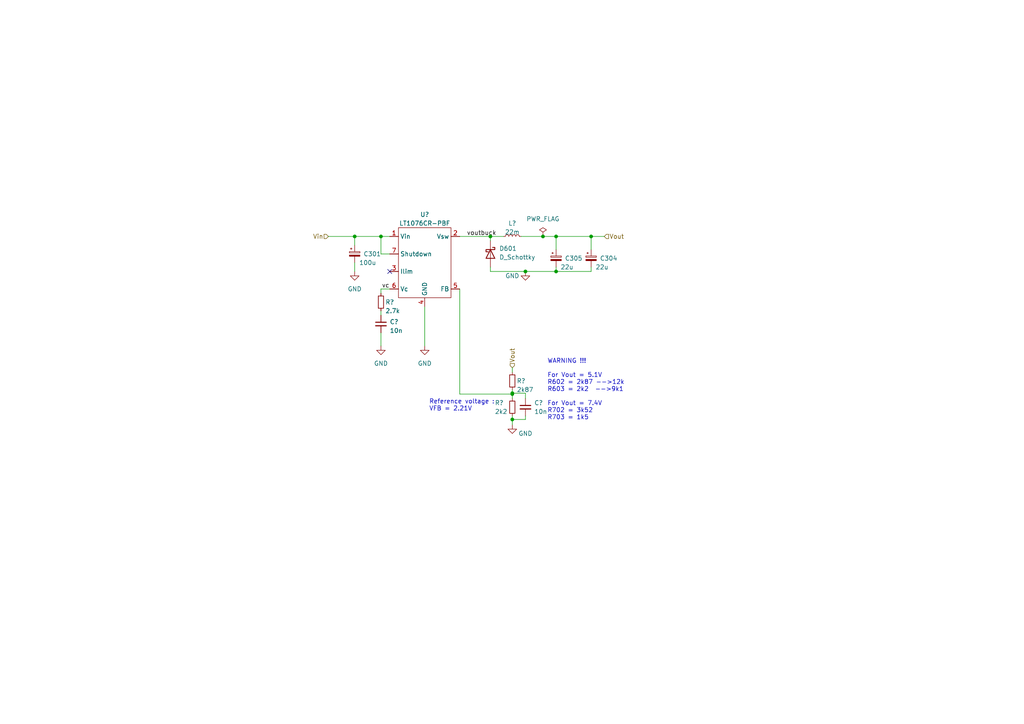
<source format=kicad_sch>
(kicad_sch
	(version 20231120)
	(generator "eeschema")
	(generator_version "8.0")
	(uuid "8108b9e2-b4b0-4c6c-9c0e-22de97342f74")
	(paper "A4")
	(lib_symbols
		(symbol "Device:C_Polarized_Small"
			(pin_numbers hide)
			(pin_names
				(offset 0.254) hide)
			(exclude_from_sim no)
			(in_bom yes)
			(on_board yes)
			(property "Reference" "C"
				(at 0.254 1.778 0)
				(effects
					(font
						(size 1.27 1.27)
					)
					(justify left)
				)
			)
			(property "Value" "C_Polarized_Small"
				(at 0.254 -2.032 0)
				(effects
					(font
						(size 1.27 1.27)
					)
					(justify left)
				)
			)
			(property "Footprint" ""
				(at 0 0 0)
				(effects
					(font
						(size 1.27 1.27)
					)
					(hide yes)
				)
			)
			(property "Datasheet" "~"
				(at 0 0 0)
				(effects
					(font
						(size 1.27 1.27)
					)
					(hide yes)
				)
			)
			(property "Description" "Polarized capacitor, small symbol"
				(at 0 0 0)
				(effects
					(font
						(size 1.27 1.27)
					)
					(hide yes)
				)
			)
			(property "ki_keywords" "cap capacitor"
				(at 0 0 0)
				(effects
					(font
						(size 1.27 1.27)
					)
					(hide yes)
				)
			)
			(property "ki_fp_filters" "CP_*"
				(at 0 0 0)
				(effects
					(font
						(size 1.27 1.27)
					)
					(hide yes)
				)
			)
			(symbol "C_Polarized_Small_0_1"
				(rectangle
					(start -1.524 -0.3048)
					(end 1.524 -0.6858)
					(stroke
						(width 0)
						(type default)
					)
					(fill
						(type outline)
					)
				)
				(rectangle
					(start -1.524 0.6858)
					(end 1.524 0.3048)
					(stroke
						(width 0)
						(type default)
					)
					(fill
						(type none)
					)
				)
				(polyline
					(pts
						(xy -1.27 1.524) (xy -0.762 1.524)
					)
					(stroke
						(width 0)
						(type default)
					)
					(fill
						(type none)
					)
				)
				(polyline
					(pts
						(xy -1.016 1.27) (xy -1.016 1.778)
					)
					(stroke
						(width 0)
						(type default)
					)
					(fill
						(type none)
					)
				)
			)
			(symbol "C_Polarized_Small_1_1"
				(pin passive line
					(at 0 2.54 270)
					(length 1.8542)
					(name "~"
						(effects
							(font
								(size 1.27 1.27)
							)
						)
					)
					(number "1"
						(effects
							(font
								(size 1.27 1.27)
							)
						)
					)
				)
				(pin passive line
					(at 0 -2.54 90)
					(length 1.8542)
					(name "~"
						(effects
							(font
								(size 1.27 1.27)
							)
						)
					)
					(number "2"
						(effects
							(font
								(size 1.27 1.27)
							)
						)
					)
				)
			)
		)
		(symbol "Device:C_Small"
			(pin_numbers hide)
			(pin_names
				(offset 0.254) hide)
			(exclude_from_sim no)
			(in_bom yes)
			(on_board yes)
			(property "Reference" "C"
				(at 0.254 1.778 0)
				(effects
					(font
						(size 1.27 1.27)
					)
					(justify left)
				)
			)
			(property "Value" "C_Small"
				(at 0.254 -2.032 0)
				(effects
					(font
						(size 1.27 1.27)
					)
					(justify left)
				)
			)
			(property "Footprint" ""
				(at 0 0 0)
				(effects
					(font
						(size 1.27 1.27)
					)
					(hide yes)
				)
			)
			(property "Datasheet" "~"
				(at 0 0 0)
				(effects
					(font
						(size 1.27 1.27)
					)
					(hide yes)
				)
			)
			(property "Description" "Unpolarized capacitor, small symbol"
				(at 0 0 0)
				(effects
					(font
						(size 1.27 1.27)
					)
					(hide yes)
				)
			)
			(property "ki_keywords" "capacitor cap"
				(at 0 0 0)
				(effects
					(font
						(size 1.27 1.27)
					)
					(hide yes)
				)
			)
			(property "ki_fp_filters" "C_*"
				(at 0 0 0)
				(effects
					(font
						(size 1.27 1.27)
					)
					(hide yes)
				)
			)
			(symbol "C_Small_0_1"
				(polyline
					(pts
						(xy -1.524 -0.508) (xy 1.524 -0.508)
					)
					(stroke
						(width 0.3302)
						(type default)
					)
					(fill
						(type none)
					)
				)
				(polyline
					(pts
						(xy -1.524 0.508) (xy 1.524 0.508)
					)
					(stroke
						(width 0.3048)
						(type default)
					)
					(fill
						(type none)
					)
				)
			)
			(symbol "C_Small_1_1"
				(pin passive line
					(at 0 2.54 270)
					(length 2.032)
					(name "~"
						(effects
							(font
								(size 1.27 1.27)
							)
						)
					)
					(number "1"
						(effects
							(font
								(size 1.27 1.27)
							)
						)
					)
				)
				(pin passive line
					(at 0 -2.54 90)
					(length 2.032)
					(name "~"
						(effects
							(font
								(size 1.27 1.27)
							)
						)
					)
					(number "2"
						(effects
							(font
								(size 1.27 1.27)
							)
						)
					)
				)
			)
		)
		(symbol "Device:D_Schottky"
			(pin_numbers hide)
			(pin_names
				(offset 1.016) hide)
			(exclude_from_sim no)
			(in_bom yes)
			(on_board yes)
			(property "Reference" "D"
				(at 0 2.54 0)
				(effects
					(font
						(size 1.27 1.27)
					)
				)
			)
			(property "Value" "D_Schottky"
				(at 0 -2.54 0)
				(effects
					(font
						(size 1.27 1.27)
					)
				)
			)
			(property "Footprint" ""
				(at 0 0 0)
				(effects
					(font
						(size 1.27 1.27)
					)
					(hide yes)
				)
			)
			(property "Datasheet" "~"
				(at 0 0 0)
				(effects
					(font
						(size 1.27 1.27)
					)
					(hide yes)
				)
			)
			(property "Description" "Schottky diode"
				(at 0 0 0)
				(effects
					(font
						(size 1.27 1.27)
					)
					(hide yes)
				)
			)
			(property "ki_keywords" "diode Schottky"
				(at 0 0 0)
				(effects
					(font
						(size 1.27 1.27)
					)
					(hide yes)
				)
			)
			(property "ki_fp_filters" "TO-???* *_Diode_* *SingleDiode* D_*"
				(at 0 0 0)
				(effects
					(font
						(size 1.27 1.27)
					)
					(hide yes)
				)
			)
			(symbol "D_Schottky_0_1"
				(polyline
					(pts
						(xy 1.27 0) (xy -1.27 0)
					)
					(stroke
						(width 0)
						(type default)
					)
					(fill
						(type none)
					)
				)
				(polyline
					(pts
						(xy 1.27 1.27) (xy 1.27 -1.27) (xy -1.27 0) (xy 1.27 1.27)
					)
					(stroke
						(width 0.254)
						(type default)
					)
					(fill
						(type none)
					)
				)
				(polyline
					(pts
						(xy -1.905 0.635) (xy -1.905 1.27) (xy -1.27 1.27) (xy -1.27 -1.27) (xy -0.635 -1.27) (xy -0.635 -0.635)
					)
					(stroke
						(width 0.254)
						(type default)
					)
					(fill
						(type none)
					)
				)
			)
			(symbol "D_Schottky_1_1"
				(pin passive line
					(at -3.81 0 0)
					(length 2.54)
					(name "K"
						(effects
							(font
								(size 1.27 1.27)
							)
						)
					)
					(number "1"
						(effects
							(font
								(size 1.27 1.27)
							)
						)
					)
				)
				(pin passive line
					(at 3.81 0 180)
					(length 2.54)
					(name "A"
						(effects
							(font
								(size 1.27 1.27)
							)
						)
					)
					(number "2"
						(effects
							(font
								(size 1.27 1.27)
							)
						)
					)
				)
			)
		)
		(symbol "Device:L_Small"
			(pin_numbers hide)
			(pin_names
				(offset 0.254) hide)
			(exclude_from_sim no)
			(in_bom yes)
			(on_board yes)
			(property "Reference" "L"
				(at 0.762 1.016 0)
				(effects
					(font
						(size 1.27 1.27)
					)
					(justify left)
				)
			)
			(property "Value" "L_Small"
				(at 0.762 -1.016 0)
				(effects
					(font
						(size 1.27 1.27)
					)
					(justify left)
				)
			)
			(property "Footprint" ""
				(at 0 0 0)
				(effects
					(font
						(size 1.27 1.27)
					)
					(hide yes)
				)
			)
			(property "Datasheet" "~"
				(at 0 0 0)
				(effects
					(font
						(size 1.27 1.27)
					)
					(hide yes)
				)
			)
			(property "Description" "Inductor, small symbol"
				(at 0 0 0)
				(effects
					(font
						(size 1.27 1.27)
					)
					(hide yes)
				)
			)
			(property "ki_keywords" "inductor choke coil reactor magnetic"
				(at 0 0 0)
				(effects
					(font
						(size 1.27 1.27)
					)
					(hide yes)
				)
			)
			(property "ki_fp_filters" "Choke_* *Coil* Inductor_* L_*"
				(at 0 0 0)
				(effects
					(font
						(size 1.27 1.27)
					)
					(hide yes)
				)
			)
			(symbol "L_Small_0_1"
				(arc
					(start 0 -2.032)
					(mid 0.5058 -1.524)
					(end 0 -1.016)
					(stroke
						(width 0)
						(type default)
					)
					(fill
						(type none)
					)
				)
				(arc
					(start 0 -1.016)
					(mid 0.5058 -0.508)
					(end 0 0)
					(stroke
						(width 0)
						(type default)
					)
					(fill
						(type none)
					)
				)
				(arc
					(start 0 0)
					(mid 0.5058 0.508)
					(end 0 1.016)
					(stroke
						(width 0)
						(type default)
					)
					(fill
						(type none)
					)
				)
				(arc
					(start 0 1.016)
					(mid 0.5058 1.524)
					(end 0 2.032)
					(stroke
						(width 0)
						(type default)
					)
					(fill
						(type none)
					)
				)
			)
			(symbol "L_Small_1_1"
				(pin passive line
					(at 0 2.54 270)
					(length 0.508)
					(name "~"
						(effects
							(font
								(size 1.27 1.27)
							)
						)
					)
					(number "1"
						(effects
							(font
								(size 1.27 1.27)
							)
						)
					)
				)
				(pin passive line
					(at 0 -2.54 90)
					(length 0.508)
					(name "~"
						(effects
							(font
								(size 1.27 1.27)
							)
						)
					)
					(number "2"
						(effects
							(font
								(size 1.27 1.27)
							)
						)
					)
				)
			)
		)
		(symbol "Device:R_Small"
			(pin_numbers hide)
			(pin_names
				(offset 0.254) hide)
			(exclude_from_sim no)
			(in_bom yes)
			(on_board yes)
			(property "Reference" "R"
				(at 0.762 0.508 0)
				(effects
					(font
						(size 1.27 1.27)
					)
					(justify left)
				)
			)
			(property "Value" "R_Small"
				(at 0.762 -1.016 0)
				(effects
					(font
						(size 1.27 1.27)
					)
					(justify left)
				)
			)
			(property "Footprint" ""
				(at 0 0 0)
				(effects
					(font
						(size 1.27 1.27)
					)
					(hide yes)
				)
			)
			(property "Datasheet" "~"
				(at 0 0 0)
				(effects
					(font
						(size 1.27 1.27)
					)
					(hide yes)
				)
			)
			(property "Description" "Resistor, small symbol"
				(at 0 0 0)
				(effects
					(font
						(size 1.27 1.27)
					)
					(hide yes)
				)
			)
			(property "ki_keywords" "R resistor"
				(at 0 0 0)
				(effects
					(font
						(size 1.27 1.27)
					)
					(hide yes)
				)
			)
			(property "ki_fp_filters" "R_*"
				(at 0 0 0)
				(effects
					(font
						(size 1.27 1.27)
					)
					(hide yes)
				)
			)
			(symbol "R_Small_0_1"
				(rectangle
					(start -0.762 1.778)
					(end 0.762 -1.778)
					(stroke
						(width 0.2032)
						(type default)
					)
					(fill
						(type none)
					)
				)
			)
			(symbol "R_Small_1_1"
				(pin passive line
					(at 0 2.54 270)
					(length 0.762)
					(name "~"
						(effects
							(font
								(size 1.27 1.27)
							)
						)
					)
					(number "1"
						(effects
							(font
								(size 1.27 1.27)
							)
						)
					)
				)
				(pin passive line
					(at 0 -2.54 90)
					(length 0.762)
					(name "~"
						(effects
							(font
								(size 1.27 1.27)
							)
						)
					)
					(number "2"
						(effects
							(font
								(size 1.27 1.27)
							)
						)
					)
				)
			)
		)
		(symbol "LT1076_1"
			(exclude_from_sim no)
			(in_bom yes)
			(on_board yes)
			(property "Reference" "U"
				(at -6.35 10.16 0)
				(effects
					(font
						(size 1.27 1.27)
					)
				)
			)
			(property "Value" ""
				(at -5.08 2.54 0)
				(effects
					(font
						(size 1.27 1.27)
					)
				)
			)
			(property "Footprint" ""
				(at -5.08 2.54 0)
				(effects
					(font
						(size 1.27 1.27)
					)
					(hide yes)
				)
			)
			(property "Datasheet" ""
				(at -5.08 2.54 0)
				(effects
					(font
						(size 1.27 1.27)
					)
					(hide yes)
				)
			)
			(property "Description" ""
				(at 0 0 0)
				(effects
					(font
						(size 1.27 1.27)
					)
					(hide yes)
				)
			)
			(symbol "LT1076_1_0_1"
				(rectangle
					(start -7.62 8.89)
					(end 7.62 -11.43)
					(stroke
						(width 0)
						(type default)
					)
					(fill
						(type none)
					)
				)
			)
			(symbol "LT1076_1_1_1"
				(pin power_in line
					(at -10.16 6.35 0)
					(length 2.54)
					(name "Vin"
						(effects
							(font
								(size 1.27 1.27)
							)
						)
					)
					(number "1"
						(effects
							(font
								(size 1.27 1.27)
							)
						)
					)
				)
				(pin output line
					(at 10.16 6.35 180)
					(length 2.54)
					(name "Vsw"
						(effects
							(font
								(size 1.27 1.27)
							)
						)
					)
					(number "2"
						(effects
							(font
								(size 1.27 1.27)
							)
						)
					)
				)
				(pin input line
					(at -10.16 -3.81 0)
					(length 2.54)
					(name "Ilim"
						(effects
							(font
								(size 1.27 1.27)
							)
						)
					)
					(number "3"
						(effects
							(font
								(size 1.27 1.27)
							)
						)
					)
				)
				(pin power_in line
					(at 0 -13.97 90)
					(length 2.54)
					(name "GND"
						(effects
							(font
								(size 1.27 1.27)
							)
						)
					)
					(number "4"
						(effects
							(font
								(size 1.27 1.27)
							)
						)
					)
				)
				(pin input line
					(at 10.16 -8.89 180)
					(length 2.54)
					(name "FB"
						(effects
							(font
								(size 1.27 1.27)
							)
						)
					)
					(number "5"
						(effects
							(font
								(size 1.27 1.27)
							)
						)
					)
				)
				(pin input line
					(at -10.16 -8.89 0)
					(length 2.54)
					(name "Vc"
						(effects
							(font
								(size 1.27 1.27)
							)
						)
					)
					(number "6"
						(effects
							(font
								(size 1.27 1.27)
							)
						)
					)
				)
				(pin input line
					(at -10.16 1.27 0)
					(length 2.54)
					(name "Shutdown"
						(effects
							(font
								(size 1.27 1.27)
							)
						)
					)
					(number "7"
						(effects
							(font
								(size 1.27 1.27)
							)
						)
					)
				)
			)
		)
		(symbol "power:GND"
			(power)
			(pin_names
				(offset 0)
			)
			(exclude_from_sim no)
			(in_bom yes)
			(on_board yes)
			(property "Reference" "#PWR"
				(at 0 -6.35 0)
				(effects
					(font
						(size 1.27 1.27)
					)
					(hide yes)
				)
			)
			(property "Value" "GND"
				(at 0 -3.81 0)
				(effects
					(font
						(size 1.27 1.27)
					)
				)
			)
			(property "Footprint" ""
				(at 0 0 0)
				(effects
					(font
						(size 1.27 1.27)
					)
					(hide yes)
				)
			)
			(property "Datasheet" ""
				(at 0 0 0)
				(effects
					(font
						(size 1.27 1.27)
					)
					(hide yes)
				)
			)
			(property "Description" "Power symbol creates a global label with name \"GND\" , ground"
				(at 0 0 0)
				(effects
					(font
						(size 1.27 1.27)
					)
					(hide yes)
				)
			)
			(property "ki_keywords" "global power"
				(at 0 0 0)
				(effects
					(font
						(size 1.27 1.27)
					)
					(hide yes)
				)
			)
			(symbol "GND_0_1"
				(polyline
					(pts
						(xy 0 0) (xy 0 -1.27) (xy 1.27 -1.27) (xy 0 -2.54) (xy -1.27 -1.27) (xy 0 -1.27)
					)
					(stroke
						(width 0)
						(type default)
					)
					(fill
						(type none)
					)
				)
			)
			(symbol "GND_1_1"
				(pin power_in line
					(at 0 0 270)
					(length 0) hide
					(name "GND"
						(effects
							(font
								(size 1.27 1.27)
							)
						)
					)
					(number "1"
						(effects
							(font
								(size 1.27 1.27)
							)
						)
					)
				)
			)
		)
		(symbol "power:PWR_FLAG"
			(power)
			(pin_numbers hide)
			(pin_names
				(offset 0) hide)
			(exclude_from_sim no)
			(in_bom yes)
			(on_board yes)
			(property "Reference" "#FLG"
				(at 0 1.905 0)
				(effects
					(font
						(size 1.27 1.27)
					)
					(hide yes)
				)
			)
			(property "Value" "PWR_FLAG"
				(at 0 3.81 0)
				(effects
					(font
						(size 1.27 1.27)
					)
				)
			)
			(property "Footprint" ""
				(at 0 0 0)
				(effects
					(font
						(size 1.27 1.27)
					)
					(hide yes)
				)
			)
			(property "Datasheet" "~"
				(at 0 0 0)
				(effects
					(font
						(size 1.27 1.27)
					)
					(hide yes)
				)
			)
			(property "Description" "Special symbol for telling ERC where power comes from"
				(at 0 0 0)
				(effects
					(font
						(size 1.27 1.27)
					)
					(hide yes)
				)
			)
			(property "ki_keywords" "flag power"
				(at 0 0 0)
				(effects
					(font
						(size 1.27 1.27)
					)
					(hide yes)
				)
			)
			(symbol "PWR_FLAG_0_0"
				(pin power_out line
					(at 0 0 90)
					(length 0)
					(name "pwr"
						(effects
							(font
								(size 1.27 1.27)
							)
						)
					)
					(number "1"
						(effects
							(font
								(size 1.27 1.27)
							)
						)
					)
				)
			)
			(symbol "PWR_FLAG_0_1"
				(polyline
					(pts
						(xy 0 0) (xy 0 1.27) (xy -1.016 1.905) (xy 0 2.54) (xy 1.016 1.905) (xy 0 1.27)
					)
					(stroke
						(width 0)
						(type default)
					)
					(fill
						(type none)
					)
				)
			)
		)
	)
	(junction
		(at 102.87 68.58)
		(diameter 0)
		(color 0 0 0 0)
		(uuid "215e96ed-20d8-4812-a2bd-5f7c122d1683")
	)
	(junction
		(at 157.48 68.58)
		(diameter 0)
		(color 0 0 0 0)
		(uuid "23e849fb-f047-4941-9437-5992f695f359")
	)
	(junction
		(at 142.24 68.58)
		(diameter 0)
		(color 0 0 0 0)
		(uuid "2573cda2-fd7f-4965-b8cc-158514448033")
	)
	(junction
		(at 148.59 121.666)
		(diameter 0)
		(color 0 0 0 0)
		(uuid "26d8fbeb-1dd4-4805-a546-9f2187c22cb3")
	)
	(junction
		(at 148.59 114.3)
		(diameter 0)
		(color 0 0 0 0)
		(uuid "29bbe84d-74db-45cf-ae85-cabefdf3a710")
	)
	(junction
		(at 148.59 114.046)
		(diameter 0)
		(color 0 0 0 0)
		(uuid "2e807c5a-472e-407d-8269-04916a01d2c0")
	)
	(junction
		(at 110.49 68.58)
		(diameter 0)
		(color 0 0 0 0)
		(uuid "44045d9b-3d02-4142-860f-9bd422eaac1f")
	)
	(junction
		(at 171.45 68.58)
		(diameter 0)
		(color 0 0 0 0)
		(uuid "67a1205e-2ad6-4ef2-95ea-e52b7ba68c0e")
	)
	(junction
		(at 152.4 78.74)
		(diameter 0)
		(color 0 0 0 0)
		(uuid "78de89b5-e32a-405d-98ba-00709328829b")
	)
	(junction
		(at 161.29 68.58)
		(diameter 0)
		(color 0 0 0 0)
		(uuid "d9de4f44-82b4-4e68-bfbb-a29e2fd5ff7b")
	)
	(junction
		(at 161.29 78.74)
		(diameter 0)
		(color 0 0 0 0)
		(uuid "f5e0dcdf-557d-464d-9328-05cd6ce4a9d9")
	)
	(no_connect
		(at 113.03 78.74)
		(uuid "0b0394e9-b7e1-4b99-a404-b7d8e64818b7")
	)
	(wire
		(pts
			(xy 148.59 106.68) (xy 148.59 107.95)
		)
		(stroke
			(width 0)
			(type default)
		)
		(uuid "00728bfb-ab77-4a21-af48-b068954173b9")
	)
	(wire
		(pts
			(xy 171.45 78.74) (xy 171.45 77.47)
		)
		(stroke
			(width 0)
			(type default)
		)
		(uuid "05dc8718-67e7-4336-b0eb-fcc91543ab37")
	)
	(wire
		(pts
			(xy 110.49 73.66) (xy 110.49 68.58)
		)
		(stroke
			(width 0)
			(type default)
		)
		(uuid "0851b457-6346-449e-95e2-c45115aec265")
	)
	(wire
		(pts
			(xy 171.45 68.58) (xy 171.45 72.39)
		)
		(stroke
			(width 0)
			(type default)
		)
		(uuid "164eded3-a25c-4ad2-bfcc-eedbf1eb418e")
	)
	(wire
		(pts
			(xy 133.35 68.58) (xy 142.24 68.58)
		)
		(stroke
			(width 0)
			(type default)
		)
		(uuid "1adabc6f-d99e-4445-9c95-283c617a3fc7")
	)
	(wire
		(pts
			(xy 142.24 78.74) (xy 152.4 78.74)
		)
		(stroke
			(width 0)
			(type default)
		)
		(uuid "1d3e454e-be79-419b-87dc-6474abdbc5ad")
	)
	(wire
		(pts
			(xy 152.4 78.74) (xy 161.29 78.74)
		)
		(stroke
			(width 0)
			(type default)
		)
		(uuid "20ab013a-f396-4040-8877-1db690775cca")
	)
	(wire
		(pts
			(xy 148.59 121.666) (xy 152.4 121.666)
		)
		(stroke
			(width 0)
			(type default)
		)
		(uuid "282e28d1-888d-4475-80ef-e0099d3a4acf")
	)
	(wire
		(pts
			(xy 161.29 77.47) (xy 161.29 78.74)
		)
		(stroke
			(width 0)
			(type default)
		)
		(uuid "2948e902-d81d-4dba-84c0-9bc2d516a278")
	)
	(wire
		(pts
			(xy 175.26 68.58) (xy 171.45 68.58)
		)
		(stroke
			(width 0)
			(type default)
		)
		(uuid "33e02d84-7647-420b-b260-66c4346f3308")
	)
	(wire
		(pts
			(xy 152.4 115.57) (xy 152.4 114.046)
		)
		(stroke
			(width 0)
			(type default)
		)
		(uuid "37a21f18-7033-4ffd-b3b6-7a15f47f2535")
	)
	(wire
		(pts
			(xy 151.13 68.58) (xy 157.48 68.58)
		)
		(stroke
			(width 0)
			(type default)
		)
		(uuid "3890c37a-7ecd-4d04-8470-6ff3fe6714c7")
	)
	(wire
		(pts
			(xy 123.19 88.9) (xy 123.19 100.33)
		)
		(stroke
			(width 0)
			(type default)
		)
		(uuid "453a7cc9-5115-4312-8689-ea38e1e5234a")
	)
	(wire
		(pts
			(xy 148.59 120.65) (xy 148.59 121.666)
		)
		(stroke
			(width 0)
			(type default)
		)
		(uuid "45b63578-c25d-4f29-b6b5-c5dbcd490d87")
	)
	(wire
		(pts
			(xy 142.24 77.47) (xy 142.24 78.74)
		)
		(stroke
			(width 0)
			(type default)
		)
		(uuid "46fbd61f-7ba8-4749-bc98-24bbd3f62a06")
	)
	(wire
		(pts
			(xy 113.03 73.66) (xy 110.49 73.66)
		)
		(stroke
			(width 0)
			(type default)
		)
		(uuid "4f92fd3e-e7e5-4e05-9c4c-9c712ba86553")
	)
	(wire
		(pts
			(xy 102.87 68.58) (xy 110.49 68.58)
		)
		(stroke
			(width 0)
			(type default)
		)
		(uuid "549eb340-6004-4eed-a66a-11f01d3d22a8")
	)
	(wire
		(pts
			(xy 110.49 83.82) (xy 113.03 83.82)
		)
		(stroke
			(width 0)
			(type default)
		)
		(uuid "5872b0b6-82db-42e9-93d8-e9982e82fbd7")
	)
	(wire
		(pts
			(xy 95.25 68.58) (xy 102.87 68.58)
		)
		(stroke
			(width 0)
			(type default)
		)
		(uuid "5ebae867-b379-48bb-a115-e399b2469bcf")
	)
	(wire
		(pts
			(xy 148.59 114.3) (xy 148.59 114.046)
		)
		(stroke
			(width 0)
			(type default)
		)
		(uuid "61545820-6a95-4b7e-9b1b-34e7169c909f")
	)
	(wire
		(pts
			(xy 142.24 69.85) (xy 142.24 68.58)
		)
		(stroke
			(width 0)
			(type default)
		)
		(uuid "6f858e2e-f8fc-413a-a23b-7bcbdcf6d43b")
	)
	(wire
		(pts
			(xy 152.4 120.65) (xy 152.4 121.666)
		)
		(stroke
			(width 0)
			(type default)
		)
		(uuid "6fdcea8f-0a1c-452a-8089-c2d2c113966f")
	)
	(wire
		(pts
			(xy 148.59 114.046) (xy 152.4 114.046)
		)
		(stroke
			(width 0)
			(type default)
		)
		(uuid "77e4e07a-702c-4d78-8f84-8269a58a6e1b")
	)
	(wire
		(pts
			(xy 133.35 83.82) (xy 133.35 114.3)
		)
		(stroke
			(width 0)
			(type default)
		)
		(uuid "7999db75-ab7a-4f72-be35-651dbd73753a")
	)
	(wire
		(pts
			(xy 102.87 68.58) (xy 102.87 71.12)
		)
		(stroke
			(width 0)
			(type default)
		)
		(uuid "7e257400-4870-4a5c-8013-a23bd5c089f0")
	)
	(wire
		(pts
			(xy 148.59 114.3) (xy 148.59 115.57)
		)
		(stroke
			(width 0)
			(type default)
		)
		(uuid "8066f92b-a71f-4d33-85ad-601bbb90bf02")
	)
	(wire
		(pts
			(xy 142.24 68.58) (xy 146.05 68.58)
		)
		(stroke
			(width 0)
			(type default)
		)
		(uuid "89e7e174-9184-47a5-bb03-ff8cfecc3485")
	)
	(wire
		(pts
			(xy 148.59 113.03) (xy 148.59 114.046)
		)
		(stroke
			(width 0)
			(type default)
		)
		(uuid "8c63e4cd-ffab-4482-bd12-b7d3ea3f4fee")
	)
	(wire
		(pts
			(xy 171.45 68.58) (xy 161.29 68.58)
		)
		(stroke
			(width 0)
			(type default)
		)
		(uuid "8eb039d8-ea1b-46b9-b4cd-815fa091fb58")
	)
	(wire
		(pts
			(xy 110.49 85.09) (xy 110.49 83.82)
		)
		(stroke
			(width 0)
			(type default)
		)
		(uuid "925916f1-d8ce-44be-af1c-fc98f3ea35a7")
	)
	(wire
		(pts
			(xy 133.35 114.3) (xy 148.59 114.3)
		)
		(stroke
			(width 0)
			(type default)
		)
		(uuid "a46cf6f8-4dda-48d5-bc6c-17499a7abc7d")
	)
	(wire
		(pts
			(xy 102.87 76.2) (xy 102.87 78.74)
		)
		(stroke
			(width 0)
			(type default)
		)
		(uuid "aedf3c02-9795-4a16-a0cc-40ec525a7136")
	)
	(wire
		(pts
			(xy 161.29 68.58) (xy 161.29 72.39)
		)
		(stroke
			(width 0)
			(type default)
		)
		(uuid "c0c8614f-d892-4c98-b3ec-a157a346c575")
	)
	(wire
		(pts
			(xy 157.48 68.58) (xy 161.29 68.58)
		)
		(stroke
			(width 0)
			(type default)
		)
		(uuid "de513117-8864-4b6e-82fe-3b99af315606")
	)
	(wire
		(pts
			(xy 161.29 78.74) (xy 171.45 78.74)
		)
		(stroke
			(width 0)
			(type default)
		)
		(uuid "e859b9fc-c8ce-490a-a3a0-d17d2e01eff6")
	)
	(wire
		(pts
			(xy 110.49 100.33) (xy 110.49 96.52)
		)
		(stroke
			(width 0)
			(type default)
		)
		(uuid "e96da873-774b-45df-9fa6-695fa9052614")
	)
	(wire
		(pts
			(xy 110.49 90.17) (xy 110.49 91.44)
		)
		(stroke
			(width 0)
			(type default)
		)
		(uuid "ef4bb2fe-8e35-47d5-bb26-30680b6140dc")
	)
	(wire
		(pts
			(xy 110.49 68.58) (xy 113.03 68.58)
		)
		(stroke
			(width 0)
			(type default)
		)
		(uuid "f2381607-ca4e-4dde-8beb-c05cafdf821d")
	)
	(wire
		(pts
			(xy 148.59 123.19) (xy 148.59 121.666)
		)
		(stroke
			(width 0)
			(type default)
		)
		(uuid "fd49b7d2-a371-468c-a55d-9a4ebe9b737d")
	)
	(text "Reference voltage :\nVFB = 2.21V"
		(exclude_from_sim no)
		(at 124.46 119.38 0)
		(effects
			(font
				(size 1.27 1.27)
			)
			(justify left bottom)
		)
		(uuid "f93d74eb-bd14-4d46-b3fc-89319012fedc")
	)
	(text "WARNING !!!\n\nFor Vout = 5.1V\nR602 = 2k87 -->12k\nR603 = 2k2  -->9k1\n\nFor Vout = 7.4V\nR702 = 3k52\nR703 = 1k5"
		(exclude_from_sim no)
		(at 158.75 121.92 0)
		(effects
			(font
				(size 1.27 1.27)
			)
			(justify left bottom)
		)
		(uuid "fb77cc48-bedb-4d60-9426-084991d66e39")
	)
	(label "voutbuck"
		(at 135.382 68.58 0)
		(fields_autoplaced yes)
		(effects
			(font
				(size 1.27 1.27)
			)
			(justify left bottom)
		)
		(uuid "379279ab-b781-4ffc-be55-f0ee43135252")
	)
	(label "vc"
		(at 110.744 83.82 0)
		(fields_autoplaced yes)
		(effects
			(font
				(size 1.27 1.27)
			)
			(justify left bottom)
		)
		(uuid "4adc2eda-542b-43db-97a1-fb49804429d5")
	)
	(hierarchical_label "Vout"
		(shape input)
		(at 148.59 106.68 90)
		(fields_autoplaced yes)
		(effects
			(font
				(size 1.27 1.27)
			)
			(justify left)
		)
		(uuid "234380bd-ac16-4583-8060-9882d6cebdcb")
	)
	(hierarchical_label "Vout"
		(shape input)
		(at 175.26 68.58 0)
		(fields_autoplaced yes)
		(effects
			(font
				(size 1.27 1.27)
			)
			(justify left)
		)
		(uuid "a96932c9-3b85-4dce-9f48-92b7e4ecf2ee")
	)
	(hierarchical_label "Vin"
		(shape input)
		(at 95.25 68.58 180)
		(fields_autoplaced yes)
		(effects
			(font
				(size 1.27 1.27)
			)
			(justify right)
		)
		(uuid "ed674085-a39d-4eb2-bbe8-73e199fc9e67")
	)
	(symbol
		(lib_id "power:PWR_FLAG")
		(at 157.48 68.58 0)
		(unit 1)
		(exclude_from_sim no)
		(in_bom yes)
		(on_board yes)
		(dnp no)
		(fields_autoplaced yes)
		(uuid "169a5040-f80f-4437-9a12-267c49d2f8a9")
		(property "Reference" "#FLG0301"
			(at 157.48 66.675 0)
			(effects
				(font
					(size 1.27 1.27)
				)
				(hide yes)
			)
		)
		(property "Value" "PWR_FLAG"
			(at 157.48 63.5 0)
			(effects
				(font
					(size 1.27 1.27)
				)
			)
		)
		(property "Footprint" ""
			(at 157.48 68.58 0)
			(effects
				(font
					(size 1.27 1.27)
				)
				(hide yes)
			)
		)
		(property "Datasheet" "~"
			(at 157.48 68.58 0)
			(effects
				(font
					(size 1.27 1.27)
				)
				(hide yes)
			)
		)
		(property "Description" ""
			(at 157.48 68.58 0)
			(effects
				(font
					(size 1.27 1.27)
				)
				(hide yes)
			)
		)
		(pin "1"
			(uuid "56d9eb74-ee1e-4333-9f48-77ae64d9364d")
		)
		(instances
			(project "puissanceok"
				(path "/50648b18-b1a7-4d76-a5dd-1fad5f3e825e/d0016765-fb7e-4c4e-9d8c-f91c29732bdf"
					(reference "#FLG0301")
					(unit 1)
				)
				(path "/50648b18-b1a7-4d76-a5dd-1fad5f3e825e/7ec9b85e-02d5-4657-bc47-51feb658e8df"
					(reference "#FLG0601")
					(unit 1)
				)
			)
		)
	)
	(symbol
		(lib_id "Device:C_Polarized_Small")
		(at 171.45 74.93 0)
		(unit 1)
		(exclude_from_sim no)
		(in_bom yes)
		(on_board yes)
		(dnp no)
		(uuid "1d0f128e-b930-4dc2-91e4-b8d5f0b3cb3b")
		(property "Reference" "C304"
			(at 173.99 74.93 0)
			(effects
				(font
					(size 1.27 1.27)
				)
				(justify left)
			)
		)
		(property "Value" "22u"
			(at 172.72 77.47 0)
			(effects
				(font
					(size 1.27 1.27)
				)
				(justify left)
			)
		)
		(property "Footprint" "Capacitor_SMD:CP_Elec_4x5.4"
			(at 171.45 74.93 0)
			(effects
				(font
					(size 1.27 1.27)
				)
				(hide yes)
			)
		)
		(property "Datasheet" "https://www.we-online.com/components/products/datasheet/865060240001.pdf"
			(at 171.45 74.93 0)
			(effects
				(font
					(size 1.27 1.27)
				)
				(hide yes)
			)
		)
		(property "Description" ""
			(at 171.45 74.93 0)
			(effects
				(font
					(size 1.27 1.27)
				)
				(hide yes)
			)
		)
		(property "MPN" "865060240001"
			(at 171.45 74.93 0)
			(effects
				(font
					(size 1.27 1.27)
				)
				(hide yes)
			)
		)
		(property "Vmax" "10V"
			(at 171.45 74.93 0)
			(effects
				(font
					(size 1.27 1.27)
				)
				(hide yes)
			)
		)
		(pin "1"
			(uuid "d2fd8ee2-783c-49cc-bbdb-a92cd4e30bc1")
		)
		(pin "2"
			(uuid "86b51138-5a99-42f9-a081-9f2fe4202411")
		)
		(instances
			(project "puissanceok"
				(path "/50648b18-b1a7-4d76-a5dd-1fad5f3e825e/d0016765-fb7e-4c4e-9d8c-f91c29732bdf"
					(reference "C304")
					(unit 1)
				)
				(path "/50648b18-b1a7-4d76-a5dd-1fad5f3e825e/7ec9b85e-02d5-4657-bc47-51feb658e8df"
					(reference "C604")
					(unit 1)
				)
			)
		)
	)
	(symbol
		(lib_id "Device:C_Small")
		(at 152.4 118.11 0)
		(unit 1)
		(exclude_from_sim no)
		(in_bom yes)
		(on_board yes)
		(dnp no)
		(fields_autoplaced yes)
		(uuid "4fa37b74-991e-40be-a0ee-42657bdf8e0c")
		(property "Reference" "C?"
			(at 154.94 116.8463 0)
			(effects
				(font
					(size 1.27 1.27)
				)
				(justify left)
			)
		)
		(property "Value" "10n"
			(at 154.94 119.3863 0)
			(effects
				(font
					(size 1.27 1.27)
				)
				(justify left)
			)
		)
		(property "Footprint" "Capacitor_SMD:C_0402_1005Metric"
			(at 152.4 118.11 0)
			(effects
				(font
					(size 1.27 1.27)
				)
				(hide yes)
			)
		)
		(property "Datasheet" "~"
			(at 152.4 118.11 0)
			(effects
				(font
					(size 1.27 1.27)
				)
				(hide yes)
			)
		)
		(property "Description" ""
			(at 152.4 118.11 0)
			(effects
				(font
					(size 1.27 1.27)
				)
				(hide yes)
			)
		)
		(pin "1"
			(uuid "b6c7fc8b-a1bb-4d88-b6e8-508c3c57b364")
		)
		(pin "2"
			(uuid "dc357055-e82b-4753-b1dd-303cfbb83a5b")
		)
		(instances
			(project "puissance"
				(path "/0d130b37-34b7-46a9-87e1-2e8471e42169/fb385e64-ed51-4fb9-92be-be410faa5a42"
					(reference "C?")
					(unit 1)
				)
				(path "/0d130b37-34b7-46a9-87e1-2e8471e42169/1102c957-0c72-4739-9178-7c6acddebd3f"
					(reference "C?")
					(unit 1)
				)
			)
			(project "puissanceok"
				(path "/50648b18-b1a7-4d76-a5dd-1fad5f3e825e/d0016765-fb7e-4c4e-9d8c-f91c29732bdf"
					(reference "C303")
					(unit 1)
				)
				(path "/50648b18-b1a7-4d76-a5dd-1fad5f3e825e/7ec9b85e-02d5-4657-bc47-51feb658e8df"
					(reference "C603")
					(unit 1)
				)
			)
			(project "LT1076"
				(path "/7a72ba39-2c16-4369-b19e-b43db5a2fe7b"
					(reference "C?")
					(unit 1)
				)
			)
		)
	)
	(symbol
		(lib_id "power:GND")
		(at 148.59 123.19 0)
		(unit 1)
		(exclude_from_sim no)
		(in_bom yes)
		(on_board yes)
		(dnp no)
		(uuid "5ed1f0ab-ef73-41cb-b65c-c8984a8076e4")
		(property "Reference" "#PWR?"
			(at 148.59 129.54 0)
			(effects
				(font
					(size 1.27 1.27)
				)
				(hide yes)
			)
		)
		(property "Value" "GND"
			(at 152.4 125.73 0)
			(effects
				(font
					(size 1.27 1.27)
				)
			)
		)
		(property "Footprint" ""
			(at 148.59 123.19 0)
			(effects
				(font
					(size 1.27 1.27)
				)
				(hide yes)
			)
		)
		(property "Datasheet" ""
			(at 148.59 123.19 0)
			(effects
				(font
					(size 1.27 1.27)
				)
				(hide yes)
			)
		)
		(property "Description" ""
			(at 148.59 123.19 0)
			(effects
				(font
					(size 1.27 1.27)
				)
				(hide yes)
			)
		)
		(pin "1"
			(uuid "fecacd81-9661-454d-b8f9-6ef564b19ba8")
		)
		(instances
			(project "puissance"
				(path "/0d130b37-34b7-46a9-87e1-2e8471e42169/1102c957-0c72-4739-9178-7c6acddebd3f"
					(reference "#PWR?")
					(unit 1)
				)
				(path "/0d130b37-34b7-46a9-87e1-2e8471e42169/fb385e64-ed51-4fb9-92be-be410faa5a42"
					(reference "#PWR?")
					(unit 1)
				)
			)
			(project "puissanceok"
				(path "/50648b18-b1a7-4d76-a5dd-1fad5f3e825e/d0016765-fb7e-4c4e-9d8c-f91c29732bdf"
					(reference "#PWR0304")
					(unit 1)
				)
				(path "/50648b18-b1a7-4d76-a5dd-1fad5f3e825e/7ec9b85e-02d5-4657-bc47-51feb658e8df"
					(reference "#PWR0604")
					(unit 1)
				)
			)
			(project "LT1076"
				(path "/7a72ba39-2c16-4369-b19e-b43db5a2fe7b"
					(reference "#PWR?")
					(unit 1)
				)
			)
		)
	)
	(symbol
		(lib_id "Device:C_Small")
		(at 110.49 93.98 0)
		(unit 1)
		(exclude_from_sim no)
		(in_bom yes)
		(on_board yes)
		(dnp no)
		(fields_autoplaced yes)
		(uuid "7c414367-0fb2-4d91-a2f6-179844ba656a")
		(property "Reference" "C?"
			(at 113.03 93.3513 0)
			(effects
				(font
					(size 1.27 1.27)
				)
				(justify left)
			)
		)
		(property "Value" "10n"
			(at 113.03 95.8913 0)
			(effects
				(font
					(size 1.27 1.27)
				)
				(justify left)
			)
		)
		(property "Footprint" "Capacitor_SMD:C_0402_1005Metric"
			(at 110.49 93.98 0)
			(effects
				(font
					(size 1.27 1.27)
				)
				(hide yes)
			)
		)
		(property "Datasheet" "~"
			(at 110.49 93.98 0)
			(effects
				(font
					(size 1.27 1.27)
				)
				(hide yes)
			)
		)
		(property "Description" ""
			(at 110.49 93.98 0)
			(effects
				(font
					(size 1.27 1.27)
				)
				(hide yes)
			)
		)
		(pin "1"
			(uuid "04dd2183-29ae-4567-b330-ffd36a88dc51")
		)
		(pin "2"
			(uuid "7c477223-85c3-497e-b6f7-1a8215a12286")
		)
		(instances
			(project "puissance"
				(path "/0d130b37-34b7-46a9-87e1-2e8471e42169/1102c957-0c72-4739-9178-7c6acddebd3f"
					(reference "C?")
					(unit 1)
				)
				(path "/0d130b37-34b7-46a9-87e1-2e8471e42169/fb385e64-ed51-4fb9-92be-be410faa5a42"
					(reference "C?")
					(unit 1)
				)
			)
			(project "puissanceok"
				(path "/50648b18-b1a7-4d76-a5dd-1fad5f3e825e/d0016765-fb7e-4c4e-9d8c-f91c29732bdf"
					(reference "C302")
					(unit 1)
				)
				(path "/50648b18-b1a7-4d76-a5dd-1fad5f3e825e/7ec9b85e-02d5-4657-bc47-51feb658e8df"
					(reference "C602")
					(unit 1)
				)
			)
			(project "LT1076"
				(path "/7a72ba39-2c16-4369-b19e-b43db5a2fe7b"
					(reference "C?")
					(unit 1)
				)
			)
		)
	)
	(symbol
		(lib_id "power:GND")
		(at 123.19 100.33 0)
		(unit 1)
		(exclude_from_sim no)
		(in_bom yes)
		(on_board yes)
		(dnp no)
		(fields_autoplaced yes)
		(uuid "965cead4-283a-4b96-96c1-044f9971bfe2")
		(property "Reference" "#PWR?"
			(at 123.19 106.68 0)
			(effects
				(font
					(size 1.27 1.27)
				)
				(hide yes)
			)
		)
		(property "Value" "GND"
			(at 123.19 105.41 0)
			(effects
				(font
					(size 1.27 1.27)
				)
			)
		)
		(property "Footprint" ""
			(at 123.19 100.33 0)
			(effects
				(font
					(size 1.27 1.27)
				)
				(hide yes)
			)
		)
		(property "Datasheet" ""
			(at 123.19 100.33 0)
			(effects
				(font
					(size 1.27 1.27)
				)
				(hide yes)
			)
		)
		(property "Description" ""
			(at 123.19 100.33 0)
			(effects
				(font
					(size 1.27 1.27)
				)
				(hide yes)
			)
		)
		(pin "1"
			(uuid "7c1d9c5a-7d4d-45ee-81a7-c3ee0fa2e70f")
		)
		(instances
			(project "puissance"
				(path "/0d130b37-34b7-46a9-87e1-2e8471e42169/1102c957-0c72-4739-9178-7c6acddebd3f"
					(reference "#PWR?")
					(unit 1)
				)
				(path "/0d130b37-34b7-46a9-87e1-2e8471e42169/fb385e64-ed51-4fb9-92be-be410faa5a42"
					(reference "#PWR?")
					(unit 1)
				)
			)
			(project "puissanceok"
				(path "/50648b18-b1a7-4d76-a5dd-1fad5f3e825e/d0016765-fb7e-4c4e-9d8c-f91c29732bdf"
					(reference "#PWR0303")
					(unit 1)
				)
				(path "/50648b18-b1a7-4d76-a5dd-1fad5f3e825e/7ec9b85e-02d5-4657-bc47-51feb658e8df"
					(reference "#PWR0603")
					(unit 1)
				)
			)
			(project "LT1076"
				(path "/7a72ba39-2c16-4369-b19e-b43db5a2fe7b"
					(reference "#PWR?")
					(unit 1)
				)
			)
		)
	)
	(symbol
		(lib_id "Device:D_Schottky")
		(at 142.24 73.66 270)
		(unit 1)
		(exclude_from_sim no)
		(in_bom yes)
		(on_board yes)
		(dnp no)
		(fields_autoplaced yes)
		(uuid "9cfb4816-4246-4dc0-a945-3bad628438a3")
		(property "Reference" "D601"
			(at 144.78 72.0725 90)
			(effects
				(font
					(size 1.27 1.27)
				)
				(justify left)
			)
		)
		(property "Value" "D_Schottky"
			(at 144.78 74.6125 90)
			(effects
				(font
					(size 1.27 1.27)
				)
				(justify left)
			)
		)
		(property "Footprint" "custom:DST10100S"
			(at 142.24 73.66 0)
			(effects
				(font
					(size 1.27 1.27)
				)
				(hide yes)
			)
		)
		(property "Datasheet" "https://www.mouser.fr/datasheet/2/240/media-3323546.pdf"
			(at 142.24 73.66 0)
			(effects
				(font
					(size 1.27 1.27)
				)
				(hide yes)
			)
		)
		(property "Description" ""
			(at 142.24 73.66 0)
			(effects
				(font
					(size 1.27 1.27)
				)
				(hide yes)
			)
		)
		(property "MPN" "DST10100S"
			(at 142.24 73.66 90)
			(effects
				(font
					(size 1.27 1.27)
				)
				(hide yes)
			)
		)
		(pin "1"
			(uuid "4db614cc-e9ec-4518-b4a1-b76fae2bd5f8")
		)
		(pin "2"
			(uuid "abd29735-afe4-4113-892c-3f1a14a03cba")
		)
		(instances
			(project "puissanceok"
				(path "/50648b18-b1a7-4d76-a5dd-1fad5f3e825e/7ec9b85e-02d5-4657-bc47-51feb658e8df"
					(reference "D601")
					(unit 1)
				)
				(path "/50648b18-b1a7-4d76-a5dd-1fad5f3e825e/d0016765-fb7e-4c4e-9d8c-f91c29732bdf"
					(reference "D301")
					(unit 1)
				)
			)
		)
	)
	(symbol
		(lib_id "Device:R_Small")
		(at 148.59 118.11 0)
		(unit 1)
		(exclude_from_sim no)
		(in_bom yes)
		(on_board yes)
		(dnp no)
		(uuid "a3ad5444-f2b5-4b3b-a359-52152accc22a")
		(property "Reference" "R?"
			(at 143.51 116.84 0)
			(effects
				(font
					(size 1.27 1.27)
				)
				(justify left)
			)
		)
		(property "Value" "2k2"
			(at 143.51 119.38 0)
			(effects
				(font
					(size 1.27 1.27)
				)
				(justify left)
			)
		)
		(property "Footprint" "Resistor_SMD:R_0402_1005Metric"
			(at 148.59 118.11 0)
			(effects
				(font
					(size 1.27 1.27)
				)
				(hide yes)
			)
		)
		(property "Datasheet" "~"
			(at 148.59 118.11 0)
			(effects
				(font
					(size 1.27 1.27)
				)
				(hide yes)
			)
		)
		(property "Description" ""
			(at 148.59 118.11 0)
			(effects
				(font
					(size 1.27 1.27)
				)
				(hide yes)
			)
		)
		(pin "1"
			(uuid "ff8804de-cc2c-4f46-92f6-f26c5f9bf758")
		)
		(pin "2"
			(uuid "a9006f4c-ca68-43d9-8d44-f93e12885657")
		)
		(instances
			(project "puissance"
				(path "/0d130b37-34b7-46a9-87e1-2e8471e42169/1102c957-0c72-4739-9178-7c6acddebd3f"
					(reference "R?")
					(unit 1)
				)
				(path "/0d130b37-34b7-46a9-87e1-2e8471e42169/fb385e64-ed51-4fb9-92be-be410faa5a42"
					(reference "R?")
					(unit 1)
				)
			)
			(project "puissanceok"
				(path "/50648b18-b1a7-4d76-a5dd-1fad5f3e825e/d0016765-fb7e-4c4e-9d8c-f91c29732bdf"
					(reference "R303")
					(unit 1)
				)
				(path "/50648b18-b1a7-4d76-a5dd-1fad5f3e825e/7ec9b85e-02d5-4657-bc47-51feb658e8df"
					(reference "R603")
					(unit 1)
				)
			)
			(project "LT1076"
				(path "/7a72ba39-2c16-4369-b19e-b43db5a2fe7b"
					(reference "R?")
					(unit 1)
				)
			)
		)
	)
	(symbol
		(lib_id "power:GND")
		(at 110.49 100.33 0)
		(unit 1)
		(exclude_from_sim no)
		(in_bom yes)
		(on_board yes)
		(dnp no)
		(fields_autoplaced yes)
		(uuid "a80e3ff8-373f-4bb7-aa9c-00681a795f5b")
		(property "Reference" "#PWR?"
			(at 110.49 106.68 0)
			(effects
				(font
					(size 1.27 1.27)
				)
				(hide yes)
			)
		)
		(property "Value" "GND"
			(at 110.49 105.41 0)
			(effects
				(font
					(size 1.27 1.27)
				)
			)
		)
		(property "Footprint" ""
			(at 110.49 100.33 0)
			(effects
				(font
					(size 1.27 1.27)
				)
				(hide yes)
			)
		)
		(property "Datasheet" ""
			(at 110.49 100.33 0)
			(effects
				(font
					(size 1.27 1.27)
				)
				(hide yes)
			)
		)
		(property "Description" ""
			(at 110.49 100.33 0)
			(effects
				(font
					(size 1.27 1.27)
				)
				(hide yes)
			)
		)
		(pin "1"
			(uuid "f19bb3f5-150d-4b5c-ab3f-e999b1b1a968")
		)
		(instances
			(project "puissance"
				(path "/0d130b37-34b7-46a9-87e1-2e8471e42169/1102c957-0c72-4739-9178-7c6acddebd3f"
					(reference "#PWR?")
					(unit 1)
				)
				(path "/0d130b37-34b7-46a9-87e1-2e8471e42169/fb385e64-ed51-4fb9-92be-be410faa5a42"
					(reference "#PWR?")
					(unit 1)
				)
			)
			(project "puissanceok"
				(path "/50648b18-b1a7-4d76-a5dd-1fad5f3e825e/d0016765-fb7e-4c4e-9d8c-f91c29732bdf"
					(reference "#PWR0302")
					(unit 1)
				)
				(path "/50648b18-b1a7-4d76-a5dd-1fad5f3e825e/7ec9b85e-02d5-4657-bc47-51feb658e8df"
					(reference "#PWR0602")
					(unit 1)
				)
			)
			(project "LT1076"
				(path "/7a72ba39-2c16-4369-b19e-b43db5a2fe7b"
					(reference "#PWR?")
					(unit 1)
				)
			)
		)
	)
	(symbol
		(lib_id "power:GND")
		(at 152.4 78.74 0)
		(unit 1)
		(exclude_from_sim no)
		(in_bom yes)
		(on_board yes)
		(dnp no)
		(uuid "b072709c-bed2-4733-b506-d00f0796ed0c")
		(property "Reference" "#PWR?"
			(at 152.4 85.09 0)
			(effects
				(font
					(size 1.27 1.27)
				)
				(hide yes)
			)
		)
		(property "Value" "GND"
			(at 148.59 80.01 0)
			(effects
				(font
					(size 1.27 1.27)
				)
			)
		)
		(property "Footprint" ""
			(at 152.4 78.74 0)
			(effects
				(font
					(size 1.27 1.27)
				)
				(hide yes)
			)
		)
		(property "Datasheet" ""
			(at 152.4 78.74 0)
			(effects
				(font
					(size 1.27 1.27)
				)
				(hide yes)
			)
		)
		(property "Description" ""
			(at 152.4 78.74 0)
			(effects
				(font
					(size 1.27 1.27)
				)
				(hide yes)
			)
		)
		(pin "1"
			(uuid "75af016d-9eb5-475c-ad05-38f75de9000c")
		)
		(instances
			(project "puissance"
				(path "/0d130b37-34b7-46a9-87e1-2e8471e42169/1102c957-0c72-4739-9178-7c6acddebd3f"
					(reference "#PWR?")
					(unit 1)
				)
				(path "/0d130b37-34b7-46a9-87e1-2e8471e42169/fb385e64-ed51-4fb9-92be-be410faa5a42"
					(reference "#PWR?")
					(unit 1)
				)
			)
			(project "puissanceok"
				(path "/50648b18-b1a7-4d76-a5dd-1fad5f3e825e/d0016765-fb7e-4c4e-9d8c-f91c29732bdf"
					(reference "#PWR0305")
					(unit 1)
				)
				(path "/50648b18-b1a7-4d76-a5dd-1fad5f3e825e/7ec9b85e-02d5-4657-bc47-51feb658e8df"
					(reference "#PWR0605")
					(unit 1)
				)
			)
			(project "LT1076"
				(path "/7a72ba39-2c16-4369-b19e-b43db5a2fe7b"
					(reference "#PWR?")
					(unit 1)
				)
			)
		)
	)
	(symbol
		(lib_id "Device:R_Small")
		(at 148.59 110.49 0)
		(unit 1)
		(exclude_from_sim no)
		(in_bom yes)
		(on_board yes)
		(dnp no)
		(uuid "b20626cb-d298-4392-bbe7-7502b91afd89")
		(property "Reference" "R?"
			(at 149.86 110.49 0)
			(effects
				(font
					(size 1.27 1.27)
				)
				(justify left)
			)
		)
		(property "Value" "2k87"
			(at 149.86 113.03 0)
			(effects
				(font
					(size 1.27 1.27)
				)
				(justify left)
			)
		)
		(property "Footprint" "Resistor_SMD:R_0402_1005Metric"
			(at 148.59 110.49 0)
			(effects
				(font
					(size 1.27 1.27)
				)
				(hide yes)
			)
		)
		(property "Datasheet" "~"
			(at 148.59 110.49 0)
			(effects
				(font
					(size 1.27 1.27)
				)
				(hide yes)
			)
		)
		(property "Description" ""
			(at 148.59 110.49 0)
			(effects
				(font
					(size 1.27 1.27)
				)
				(hide yes)
			)
		)
		(pin "1"
			(uuid "bdd117bc-b600-4376-a4f4-2b1adc1f02e5")
		)
		(pin "2"
			(uuid "6a12aaa8-37ef-463b-b54f-fb35c18a1154")
		)
		(instances
			(project "puissance"
				(path "/0d130b37-34b7-46a9-87e1-2e8471e42169/1102c957-0c72-4739-9178-7c6acddebd3f"
					(reference "R?")
					(unit 1)
				)
				(path "/0d130b37-34b7-46a9-87e1-2e8471e42169/fb385e64-ed51-4fb9-92be-be410faa5a42"
					(reference "R?")
					(unit 1)
				)
			)
			(project "puissanceok"
				(path "/50648b18-b1a7-4d76-a5dd-1fad5f3e825e/d0016765-fb7e-4c4e-9d8c-f91c29732bdf"
					(reference "R302")
					(unit 1)
				)
				(path "/50648b18-b1a7-4d76-a5dd-1fad5f3e825e/7ec9b85e-02d5-4657-bc47-51feb658e8df"
					(reference "R602")
					(unit 1)
				)
			)
			(project "LT1076"
				(path "/7a72ba39-2c16-4369-b19e-b43db5a2fe7b"
					(reference "R?")
					(unit 1)
				)
			)
		)
	)
	(symbol
		(lib_id "Device:C_Polarized_Small")
		(at 102.87 73.66 0)
		(unit 1)
		(exclude_from_sim no)
		(in_bom yes)
		(on_board yes)
		(dnp no)
		(uuid "b420e4a9-6ac1-442b-b21b-9f76553b868f")
		(property "Reference" "C301"
			(at 105.41 73.66 0)
			(effects
				(font
					(size 1.27 1.27)
				)
				(justify left)
			)
		)
		(property "Value" "100u"
			(at 104.14 76.2 0)
			(effects
				(font
					(size 1.27 1.27)
				)
				(justify left)
			)
		)
		(property "Footprint" "Capacitor_SMD:CP_Elec_6.3x7.7"
			(at 102.87 73.66 0)
			(effects
				(font
					(size 1.27 1.27)
				)
				(hide yes)
			)
		)
		(property "Datasheet" "https://www.we-online.com/components/products/datasheet/865060445005.pdf"
			(at 102.87 73.66 0)
			(effects
				(font
					(size 1.27 1.27)
				)
				(hide yes)
			)
		)
		(property "Description" ""
			(at 102.87 73.66 0)
			(effects
				(font
					(size 1.27 1.27)
				)
				(hide yes)
			)
		)
		(property "MPN" "865060445005"
			(at 102.87 73.66 0)
			(effects
				(font
					(size 1.27 1.27)
				)
				(hide yes)
			)
		)
		(property "Vmax" "25V"
			(at 102.87 73.66 0)
			(effects
				(font
					(size 1.27 1.27)
				)
				(hide yes)
			)
		)
		(pin "1"
			(uuid "fae7e98f-ac0d-450e-b253-68a0a949b09b")
		)
		(pin "2"
			(uuid "74b04099-0b7e-43da-a7aa-6a71f6de4e23")
		)
		(instances
			(project "puissanceok"
				(path "/50648b18-b1a7-4d76-a5dd-1fad5f3e825e/d0016765-fb7e-4c4e-9d8c-f91c29732bdf"
					(reference "C301")
					(unit 1)
				)
				(path "/50648b18-b1a7-4d76-a5dd-1fad5f3e825e/7ec9b85e-02d5-4657-bc47-51feb658e8df"
					(reference "C601")
					(unit 1)
				)
			)
		)
	)
	(symbol
		(lib_id "Device:R_Small")
		(at 110.49 87.63 0)
		(unit 1)
		(exclude_from_sim no)
		(in_bom yes)
		(on_board yes)
		(dnp no)
		(uuid "baa5f51a-3c59-42a8-b546-3082bdd51700")
		(property "Reference" "R?"
			(at 111.76 87.63 0)
			(effects
				(font
					(size 1.27 1.27)
				)
				(justify left)
			)
		)
		(property "Value" "2.7k"
			(at 111.76 90.17 0)
			(effects
				(font
					(size 1.27 1.27)
				)
				(justify left)
			)
		)
		(property "Footprint" "Resistor_SMD:R_0402_1005Metric"
			(at 110.49 87.63 0)
			(effects
				(font
					(size 1.27 1.27)
				)
				(hide yes)
			)
		)
		(property "Datasheet" "~"
			(at 110.49 87.63 0)
			(effects
				(font
					(size 1.27 1.27)
				)
				(hide yes)
			)
		)
		(property "Description" ""
			(at 110.49 87.63 0)
			(effects
				(font
					(size 1.27 1.27)
				)
				(hide yes)
			)
		)
		(pin "1"
			(uuid "5691251f-d3f9-4fca-92f8-767a944176bb")
		)
		(pin "2"
			(uuid "6b76c055-9ee1-4da6-9e5d-97ece8a727be")
		)
		(instances
			(project "puissance"
				(path "/0d130b37-34b7-46a9-87e1-2e8471e42169/1102c957-0c72-4739-9178-7c6acddebd3f"
					(reference "R?")
					(unit 1)
				)
				(path "/0d130b37-34b7-46a9-87e1-2e8471e42169/fb385e64-ed51-4fb9-92be-be410faa5a42"
					(reference "R?")
					(unit 1)
				)
			)
			(project "puissanceok"
				(path "/50648b18-b1a7-4d76-a5dd-1fad5f3e825e/d0016765-fb7e-4c4e-9d8c-f91c29732bdf"
					(reference "R301")
					(unit 1)
				)
				(path "/50648b18-b1a7-4d76-a5dd-1fad5f3e825e/7ec9b85e-02d5-4657-bc47-51feb658e8df"
					(reference "R601")
					(unit 1)
				)
			)
			(project "LT1076"
				(path "/7a72ba39-2c16-4369-b19e-b43db5a2fe7b"
					(reference "R?")
					(unit 1)
				)
			)
		)
	)
	(symbol
		(lib_id "power:GND")
		(at 102.87 78.74 0)
		(unit 1)
		(exclude_from_sim no)
		(in_bom yes)
		(on_board yes)
		(dnp no)
		(fields_autoplaced yes)
		(uuid "bc6aca52-0e73-4733-a7cf-e3c953339f9a")
		(property "Reference" "#PWR?"
			(at 102.87 85.09 0)
			(effects
				(font
					(size 1.27 1.27)
				)
				(hide yes)
			)
		)
		(property "Value" "GND"
			(at 102.87 83.82 0)
			(effects
				(font
					(size 1.27 1.27)
				)
			)
		)
		(property "Footprint" ""
			(at 102.87 78.74 0)
			(effects
				(font
					(size 1.27 1.27)
				)
				(hide yes)
			)
		)
		(property "Datasheet" ""
			(at 102.87 78.74 0)
			(effects
				(font
					(size 1.27 1.27)
				)
				(hide yes)
			)
		)
		(property "Description" ""
			(at 102.87 78.74 0)
			(effects
				(font
					(size 1.27 1.27)
				)
				(hide yes)
			)
		)
		(pin "1"
			(uuid "c3ff6578-496b-4340-89ee-1c2f6ac42134")
		)
		(instances
			(project "puissance"
				(path "/0d130b37-34b7-46a9-87e1-2e8471e42169/1102c957-0c72-4739-9178-7c6acddebd3f"
					(reference "#PWR?")
					(unit 1)
				)
				(path "/0d130b37-34b7-46a9-87e1-2e8471e42169/fb385e64-ed51-4fb9-92be-be410faa5a42"
					(reference "#PWR?")
					(unit 1)
				)
			)
			(project "puissanceok"
				(path "/50648b18-b1a7-4d76-a5dd-1fad5f3e825e/d0016765-fb7e-4c4e-9d8c-f91c29732bdf"
					(reference "#PWR0301")
					(unit 1)
				)
				(path "/50648b18-b1a7-4d76-a5dd-1fad5f3e825e/7ec9b85e-02d5-4657-bc47-51feb658e8df"
					(reference "#PWR0601")
					(unit 1)
				)
			)
			(project "LT1076"
				(path "/7a72ba39-2c16-4369-b19e-b43db5a2fe7b"
					(reference "#PWR?")
					(unit 1)
				)
			)
		)
	)
	(symbol
		(lib_id "Device:C_Polarized_Small")
		(at 161.29 74.93 0)
		(unit 1)
		(exclude_from_sim no)
		(in_bom yes)
		(on_board yes)
		(dnp no)
		(uuid "cbc4e269-7d31-408e-b90c-1702d279b8dd")
		(property "Reference" "C305"
			(at 163.83 74.93 0)
			(effects
				(font
					(size 1.27 1.27)
				)
				(justify left)
			)
		)
		(property "Value" "22u"
			(at 162.56 77.47 0)
			(effects
				(font
					(size 1.27 1.27)
				)
				(justify left)
			)
		)
		(property "Footprint" "Capacitor_SMD:CP_Elec_4x5.4"
			(at 161.29 74.93 0)
			(effects
				(font
					(size 1.27 1.27)
				)
				(hide yes)
			)
		)
		(property "Datasheet" "https://www.we-online.com/components/products/datasheet/865060240001.pdf"
			(at 161.29 74.93 0)
			(effects
				(font
					(size 1.27 1.27)
				)
				(hide yes)
			)
		)
		(property "Description" ""
			(at 161.29 74.93 0)
			(effects
				(font
					(size 1.27 1.27)
				)
				(hide yes)
			)
		)
		(property "MPN" "865060240001"
			(at 161.29 74.93 0)
			(effects
				(font
					(size 1.27 1.27)
				)
				(hide yes)
			)
		)
		(property "Vmax" "10V"
			(at 161.29 74.93 0)
			(effects
				(font
					(size 1.27 1.27)
				)
				(hide yes)
			)
		)
		(pin "1"
			(uuid "cf25b337-b017-4fc0-82d7-64329243e2f4")
		)
		(pin "2"
			(uuid "aac3952e-21fe-4a0f-824f-22c6e7771172")
		)
		(instances
			(project "puissanceok"
				(path "/50648b18-b1a7-4d76-a5dd-1fad5f3e825e/d0016765-fb7e-4c4e-9d8c-f91c29732bdf"
					(reference "C305")
					(unit 1)
				)
				(path "/50648b18-b1a7-4d76-a5dd-1fad5f3e825e/7ec9b85e-02d5-4657-bc47-51feb658e8df"
					(reference "C605")
					(unit 1)
				)
			)
		)
	)
	(symbol
		(lib_name "LT1076_1")
		(lib_id "custom:LT1076")
		(at 123.19 74.93 0)
		(unit 1)
		(exclude_from_sim no)
		(in_bom yes)
		(on_board yes)
		(dnp no)
		(uuid "ce80b6ca-b8ca-4f72-9d41-d4f19f16c649")
		(property "Reference" "U?"
			(at 123.19 62.23 0)
			(effects
				(font
					(size 1.27 1.27)
				)
			)
		)
		(property "Value" "LT1076CR-PBF"
			(at 123.19 64.77 0)
			(effects
				(font
					(size 1.27 1.27)
				)
			)
		)
		(property "Footprint" "Package_TO_SOT_SMD:TO-263-7_TabPin4"
			(at 118.11 72.39 0)
			(effects
				(font
					(size 1.27 1.27)
				)
				(hide yes)
			)
		)
		(property "Datasheet" "https://www.mouser.fr/datasheet/2/609/1074fds-3123169.pdf"
			(at 118.11 72.39 0)
			(effects
				(font
					(size 1.27 1.27)
				)
				(hide yes)
			)
		)
		(property "Description" ""
			(at 123.19 74.93 0)
			(effects
				(font
					(size 1.27 1.27)
				)
				(hide yes)
			)
		)
		(property "MPN" "LT1076CR"
			(at 123.19 74.93 0)
			(effects
				(font
					(size 1.27 1.27)
				)
				(hide yes)
			)
		)
		(pin "1"
			(uuid "4998746f-6a50-4e0d-ac9c-eeeb299cdb63")
		)
		(pin "2"
			(uuid "da6b5556-ed9d-43a9-bd9a-1bbf5a7355d9")
		)
		(pin "3"
			(uuid "2cc2e43b-04ac-4c64-951c-0b5056d67005")
		)
		(pin "4"
			(uuid "8ce59c4c-1266-49fb-aa08-dfd73471bff0")
		)
		(pin "5"
			(uuid "8d510fb0-4cd2-447c-95e2-267b2e731b5f")
		)
		(pin "6"
			(uuid "6eeaa4d4-7394-451f-bab7-dd5e19e93f07")
		)
		(pin "7"
			(uuid "a89b8fb2-41e0-4da9-9090-4acac99374ac")
		)
		(instances
			(project "puissance"
				(path "/0d130b37-34b7-46a9-87e1-2e8471e42169/1102c957-0c72-4739-9178-7c6acddebd3f"
					(reference "U?")
					(unit 1)
				)
				(path "/0d130b37-34b7-46a9-87e1-2e8471e42169/fb385e64-ed51-4fb9-92be-be410faa5a42"
					(reference "U?")
					(unit 1)
				)
			)
			(project "puissanceok"
				(path "/50648b18-b1a7-4d76-a5dd-1fad5f3e825e/d0016765-fb7e-4c4e-9d8c-f91c29732bdf"
					(reference "U301")
					(unit 1)
				)
				(path "/50648b18-b1a7-4d76-a5dd-1fad5f3e825e/7ec9b85e-02d5-4657-bc47-51feb658e8df"
					(reference "U601")
					(unit 1)
				)
			)
			(project "LT1076"
				(path "/7a72ba39-2c16-4369-b19e-b43db5a2fe7b"
					(reference "U?")
					(unit 1)
				)
			)
		)
	)
	(symbol
		(lib_id "Device:L_Small")
		(at 148.59 68.58 90)
		(unit 1)
		(exclude_from_sim no)
		(in_bom yes)
		(on_board yes)
		(dnp no)
		(fields_autoplaced yes)
		(uuid "e03b8a95-b9b2-405d-87e1-25e053e978f6")
		(property "Reference" "L?"
			(at 148.59 64.77 90)
			(effects
				(font
					(size 1.27 1.27)
				)
			)
		)
		(property "Value" "22m"
			(at 148.59 67.31 90)
			(effects
				(font
					(size 1.27 1.27)
				)
			)
		)
		(property "Footprint" "Inductor_SMD:L_Changjiang_FNR8065S"
			(at 148.59 68.58 0)
			(effects
				(font
					(size 1.27 1.27)
				)
				(hide yes)
			)
		)
		(property "Datasheet" "~"
			(at 148.59 68.58 0)
			(effects
				(font
					(size 1.27 1.27)
				)
				(hide yes)
			)
		)
		(property "Description" ""
			(at 148.59 68.58 0)
			(effects
				(font
					(size 1.27 1.27)
				)
				(hide yes)
			)
		)
		(property "MPN" "74404084220"
			(at 148.59 68.58 90)
			(effects
				(font
					(size 1.27 1.27)
				)
				(hide yes)
			)
		)
		(property "Field5" ""
			(at 148.59 68.58 90)
			(effects
				(font
					(size 1.27 1.27)
				)
				(hide yes)
			)
		)
		(pin "1"
			(uuid "518736fe-af99-412b-843b-b077d895c0b5")
		)
		(pin "2"
			(uuid "3cd40048-14c9-4f40-9a14-694eeeab20a2")
		)
		(instances
			(project "puissance"
				(path "/0d130b37-34b7-46a9-87e1-2e8471e42169/1102c957-0c72-4739-9178-7c6acddebd3f"
					(reference "L?")
					(unit 1)
				)
				(path "/0d130b37-34b7-46a9-87e1-2e8471e42169/fb385e64-ed51-4fb9-92be-be410faa5a42"
					(reference "L?")
					(unit 1)
				)
			)
			(project "puissanceok"
				(path "/50648b18-b1a7-4d76-a5dd-1fad5f3e825e/d0016765-fb7e-4c4e-9d8c-f91c29732bdf"
					(reference "L301")
					(unit 1)
				)
				(path "/50648b18-b1a7-4d76-a5dd-1fad5f3e825e/7ec9b85e-02d5-4657-bc47-51feb658e8df"
					(reference "L601")
					(unit 1)
				)
			)
			(project "LT1076"
				(path "/7a72ba39-2c16-4369-b19e-b43db5a2fe7b"
					(reference "L?")
					(unit 1)
				)
			)
		)
	)
)
</source>
